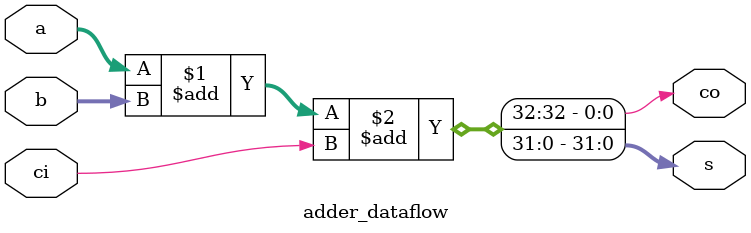
<source format=v>
`timescale 1ns/1ns
module adder_dataflow (s, co, a, b, ci);
    parameter width = 32;
    output [width-1:0] s;
    output co;
    input [width-1:0] a, b;
    input ci;

    //assign sum = a^b^c_in;
	//assign c_out = ((a&b)|(b&c_in)|(a&c_in));

    assign {co, s} = a + b + ci;
endmodule
</source>
